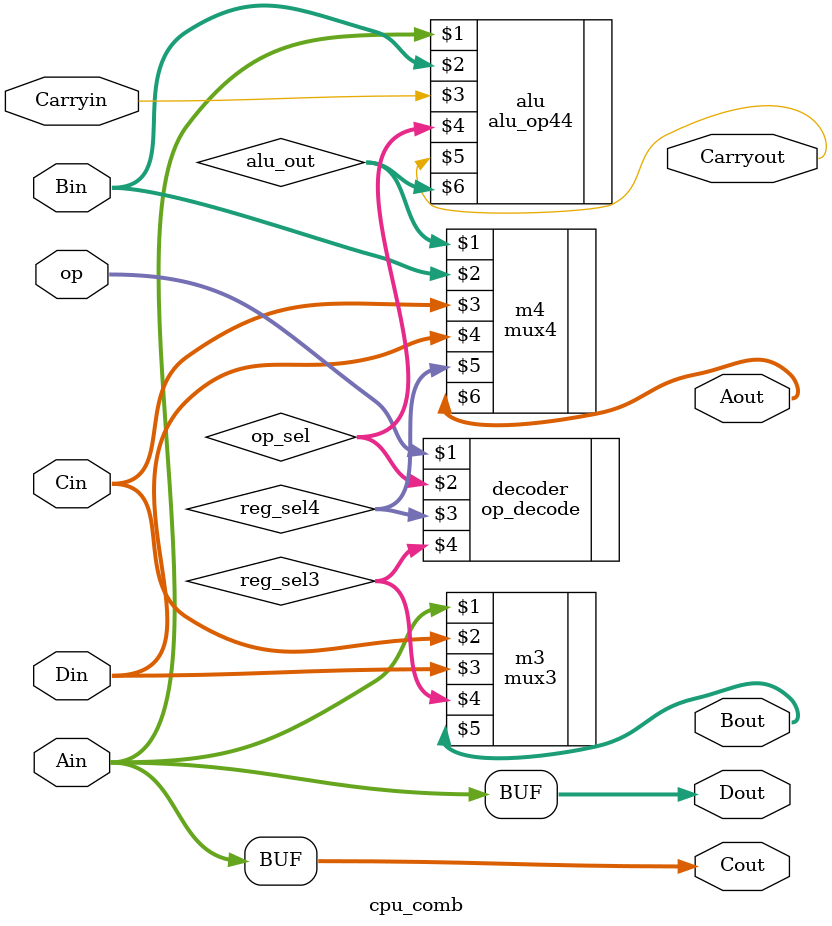
<source format=v>
`timescale 1ns / 1ps

module cpu_comb( op, Ain, Bin, Cin, Din, Carryin, Aout, Bout, Cout, Dout, Carryout );
  input [3:0] op;
  input [7:0] Ain, Bin, Cin, Din;
  input Carryin;
  output [7:0] Aout, Bout, Cout, Dout;
  output Carryout;
  
  assign Cout = Ain;
  assign Dout = Ain;
  
  wire [2:0] op_sel;
  wire [1:0] reg_sel4, reg_sel3;
  wire [7:0] alu_out;

  op_decode decoder ( op, op_sel, reg_sel4, reg_sel3 );
  mux4 m4 ( alu_out, Bin, Cin, Din, reg_sel4, Aout );
  mux3 m3 ( Ain, Cin, Din, reg_sel3, Bout );
  alu_op44 alu ( Ain, Bin, Carryin, op_sel, Carryout, alu_out );
endmodule

</source>
